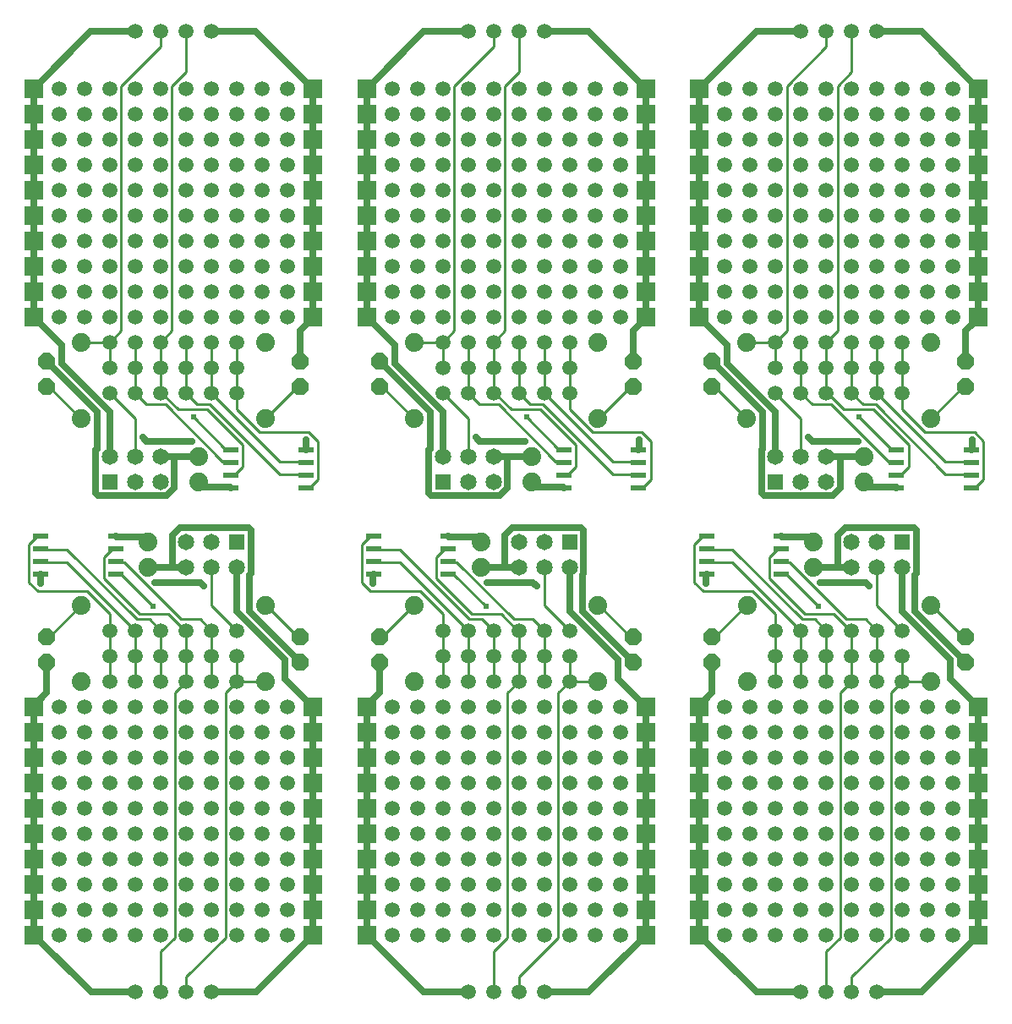
<source format=gbr>
G04 EAGLE Gerber RS-274X export*
G75*
%MOMM*%
%FSLAX34Y34*%
%LPD*%
%AMOC8*
5,1,8,0,0,1.08239X$1,22.5*%
G01*
%ADD10R,1.500000X0.600000*%
%ADD11C,1.879600*%
%ADD12R,1.930400X1.930400*%
%ADD13R,1.650000X1.650000*%
%ADD14C,1.650000*%
%ADD15P,1.814519X8X112.500000*%
%ADD16C,1.508000*%
%ADD17P,1.814519X8X292.500000*%
%ADD18C,0.254000*%
%ADD19C,0.609600*%
%ADD20C,0.635000*%


D10*
X632650Y524131D03*
X632650Y536831D03*
X632650Y549531D03*
X632650Y562231D03*
X557650Y562231D03*
X557650Y549531D03*
X557650Y536831D03*
X557650Y524131D03*
D11*
X591975Y593600D03*
X591975Y669800D03*
X407825Y593600D03*
X407825Y669800D03*
D12*
X360200Y695200D03*
X360200Y720600D03*
X360200Y746000D03*
X360200Y771400D03*
X360200Y796800D03*
X360200Y822200D03*
X360200Y847600D03*
X360200Y873000D03*
X360200Y898400D03*
X360200Y923800D03*
X639600Y695200D03*
X639600Y720600D03*
X639600Y746000D03*
X639600Y771400D03*
X639600Y796800D03*
X639600Y822200D03*
X639600Y847600D03*
X639600Y873000D03*
X639600Y898400D03*
X639600Y923800D03*
D13*
X436400Y530100D03*
D14*
X461800Y530100D03*
X487200Y530100D03*
X436400Y555500D03*
X461800Y555500D03*
X487200Y555500D03*
D15*
X626900Y625350D03*
X626900Y650750D03*
X372900Y625350D03*
X372900Y650750D03*
D16*
X614200Y771400D03*
X614200Y796800D03*
X614200Y822200D03*
X614200Y847600D03*
X614200Y873000D03*
X614200Y898400D03*
X614200Y923800D03*
X588800Y847600D03*
X588800Y771400D03*
X588800Y873000D03*
X588800Y796800D03*
X588800Y898400D03*
X588800Y822200D03*
X588800Y923800D03*
X563400Y771400D03*
X538000Y771400D03*
X563400Y898400D03*
X563400Y796800D03*
X538000Y796800D03*
X563400Y923800D03*
X563400Y822200D03*
X538000Y822200D03*
X538000Y898400D03*
X563400Y847600D03*
X538000Y847600D03*
X538000Y923800D03*
X563400Y873000D03*
X538000Y873000D03*
X512600Y771400D03*
X487200Y771400D03*
X461800Y771400D03*
X436400Y771400D03*
X512600Y796800D03*
X487200Y796800D03*
X461800Y796800D03*
X436400Y796800D03*
X512600Y822200D03*
X487200Y822200D03*
X461800Y822200D03*
X436400Y822200D03*
X512600Y847600D03*
X487200Y847600D03*
X461800Y847600D03*
X436400Y847600D03*
X512600Y873000D03*
X487200Y873000D03*
X461800Y873000D03*
X436400Y873000D03*
X512600Y898400D03*
X487200Y898400D03*
X461800Y898400D03*
X436400Y898400D03*
X512600Y923800D03*
X487200Y923800D03*
X461800Y923800D03*
X436400Y923800D03*
X411000Y771400D03*
X385600Y771400D03*
X411000Y898400D03*
X411000Y796800D03*
X385600Y796800D03*
X411000Y923800D03*
X411000Y822200D03*
X385600Y822200D03*
X385600Y898400D03*
X411000Y847600D03*
X385600Y847600D03*
X385600Y923800D03*
X411000Y873000D03*
X385600Y873000D03*
X538000Y980950D03*
X461800Y980950D03*
X487200Y980950D03*
X512600Y980950D03*
X436400Y619000D03*
X436400Y644400D03*
X436400Y669800D03*
X461800Y619000D03*
X461800Y644400D03*
X461800Y669800D03*
X487200Y619000D03*
X487200Y669800D03*
X487200Y644400D03*
X512600Y619000D03*
X512600Y669800D03*
X512600Y644400D03*
X538000Y644400D03*
X538000Y619000D03*
X538000Y669800D03*
X563400Y644400D03*
X563400Y619000D03*
X563400Y669800D03*
X614200Y746000D03*
X614200Y720600D03*
X614200Y695200D03*
X436400Y695200D03*
X588800Y746000D03*
X588800Y720600D03*
X588800Y695200D03*
X411000Y695200D03*
X563400Y746000D03*
X563400Y720600D03*
X563400Y695200D03*
X385600Y695200D03*
X538000Y746000D03*
X538000Y720600D03*
X538000Y695200D03*
X411000Y720600D03*
X512600Y746000D03*
X512600Y720600D03*
X512600Y695200D03*
X385600Y720600D03*
X487200Y746000D03*
X487200Y720600D03*
X487200Y695200D03*
X411000Y746000D03*
X461800Y746000D03*
X461800Y720600D03*
X461800Y695200D03*
X385600Y746000D03*
X436400Y746000D03*
X436400Y720600D03*
D11*
X525300Y555500D03*
X525300Y530100D03*
D10*
X367250Y475869D03*
X367250Y463169D03*
X367250Y450469D03*
X367250Y437769D03*
X442250Y437769D03*
X442250Y450469D03*
X442250Y463169D03*
X442250Y475869D03*
D11*
X407925Y406400D03*
X407925Y330200D03*
X592075Y406400D03*
X592075Y330200D03*
D12*
X639700Y304800D03*
X639700Y279400D03*
X639700Y254000D03*
X639700Y228600D03*
X639700Y203200D03*
X639700Y177800D03*
X639700Y152400D03*
X639700Y127000D03*
X639700Y101600D03*
X639700Y76200D03*
X360300Y304800D03*
X360300Y279400D03*
X360300Y254000D03*
X360300Y228600D03*
X360300Y203200D03*
X360300Y177800D03*
X360300Y152400D03*
X360300Y127000D03*
X360300Y101600D03*
X360300Y76200D03*
D13*
X563500Y469900D03*
D14*
X538100Y469900D03*
X512700Y469900D03*
X563500Y444500D03*
X538100Y444500D03*
X512700Y444500D03*
D17*
X373000Y374650D03*
X373000Y349250D03*
X627000Y374650D03*
X627000Y349250D03*
D16*
X385700Y228600D03*
X385700Y203200D03*
X385700Y177800D03*
X385700Y152400D03*
X385700Y127000D03*
X385700Y101600D03*
X385700Y76200D03*
X411100Y152400D03*
X411100Y228600D03*
X411100Y127000D03*
X411100Y203200D03*
X411100Y101600D03*
X411100Y177800D03*
X411100Y76200D03*
X436500Y228600D03*
X461900Y228600D03*
X436500Y101600D03*
X436500Y203200D03*
X461900Y203200D03*
X436500Y76200D03*
X436500Y177800D03*
X461900Y177800D03*
X461900Y101600D03*
X436500Y152400D03*
X461900Y152400D03*
X461900Y76200D03*
X436500Y127000D03*
X461900Y127000D03*
X487300Y228600D03*
X512700Y228600D03*
X538100Y228600D03*
X563500Y228600D03*
X487300Y203200D03*
X512700Y203200D03*
X538100Y203200D03*
X563500Y203200D03*
X487300Y177800D03*
X512700Y177800D03*
X538100Y177800D03*
X563500Y177800D03*
X487300Y152400D03*
X512700Y152400D03*
X538100Y152400D03*
X563500Y152400D03*
X487300Y127000D03*
X512700Y127000D03*
X538100Y127000D03*
X563500Y127000D03*
X487300Y101600D03*
X512700Y101600D03*
X538100Y101600D03*
X563500Y101600D03*
X487300Y76200D03*
X512700Y76200D03*
X538100Y76200D03*
X563500Y76200D03*
X588900Y228600D03*
X614300Y228600D03*
X588900Y101600D03*
X588900Y203200D03*
X614300Y203200D03*
X588900Y76200D03*
X588900Y177800D03*
X614300Y177800D03*
X614300Y101600D03*
X588900Y152400D03*
X614300Y152400D03*
X614300Y76200D03*
X588900Y127000D03*
X614300Y127000D03*
X461900Y19050D03*
X538100Y19050D03*
X512700Y19050D03*
X487300Y19050D03*
X563500Y381000D03*
X563500Y355600D03*
X563500Y330200D03*
X538100Y381000D03*
X538100Y355600D03*
X538100Y330200D03*
X512700Y381000D03*
X512700Y330200D03*
X512700Y355600D03*
X487300Y381000D03*
X487300Y330200D03*
X487300Y355600D03*
X461900Y355600D03*
X461900Y381000D03*
X461900Y330200D03*
X436500Y355600D03*
X436500Y381000D03*
X436500Y330200D03*
X385700Y254000D03*
X385700Y279400D03*
X385700Y304800D03*
X563500Y304800D03*
X411100Y254000D03*
X411100Y279400D03*
X411100Y304800D03*
X588900Y304800D03*
X436500Y254000D03*
X436500Y279400D03*
X436500Y304800D03*
X614300Y304800D03*
X461900Y254000D03*
X461900Y279400D03*
X461900Y304800D03*
X588900Y279400D03*
X487300Y254000D03*
X487300Y279400D03*
X487300Y304800D03*
X614300Y279400D03*
X512700Y254000D03*
X512700Y279400D03*
X512700Y304800D03*
X588900Y254000D03*
X538100Y254000D03*
X538100Y279400D03*
X538100Y304800D03*
X614300Y254000D03*
X563500Y254000D03*
X563500Y279400D03*
D11*
X474600Y444500D03*
X474600Y469900D03*
D10*
X700550Y475869D03*
X700550Y463169D03*
X700550Y450469D03*
X700550Y437769D03*
X775550Y437769D03*
X775550Y450469D03*
X775550Y463169D03*
X775550Y475869D03*
D11*
X741225Y406400D03*
X741225Y330200D03*
X925375Y406400D03*
X925375Y330200D03*
D12*
X973000Y304800D03*
X973000Y279400D03*
X973000Y254000D03*
X973000Y228600D03*
X973000Y203200D03*
X973000Y177800D03*
X973000Y152400D03*
X973000Y127000D03*
X973000Y101600D03*
X973000Y76200D03*
X693600Y304800D03*
X693600Y279400D03*
X693600Y254000D03*
X693600Y228600D03*
X693600Y203200D03*
X693600Y177800D03*
X693600Y152400D03*
X693600Y127000D03*
X693600Y101600D03*
X693600Y76200D03*
D13*
X896800Y469900D03*
D14*
X871400Y469900D03*
X846000Y469900D03*
X896800Y444500D03*
X871400Y444500D03*
X846000Y444500D03*
D17*
X706300Y374650D03*
X706300Y349250D03*
X960300Y374650D03*
X960300Y349250D03*
D16*
X719000Y228600D03*
X719000Y203200D03*
X719000Y177800D03*
X719000Y152400D03*
X719000Y127000D03*
X719000Y101600D03*
X719000Y76200D03*
X744400Y152400D03*
X744400Y228600D03*
X744400Y127000D03*
X744400Y203200D03*
X744400Y101600D03*
X744400Y177800D03*
X744400Y76200D03*
X769800Y228600D03*
X795200Y228600D03*
X769800Y101600D03*
X769800Y203200D03*
X795200Y203200D03*
X769800Y76200D03*
X769800Y177800D03*
X795200Y177800D03*
X795200Y101600D03*
X769800Y152400D03*
X795200Y152400D03*
X795200Y76200D03*
X769800Y127000D03*
X795200Y127000D03*
X820600Y228600D03*
X846000Y228600D03*
X871400Y228600D03*
X896800Y228600D03*
X820600Y203200D03*
X846000Y203200D03*
X871400Y203200D03*
X896800Y203200D03*
X820600Y177800D03*
X846000Y177800D03*
X871400Y177800D03*
X896800Y177800D03*
X820600Y152400D03*
X846000Y152400D03*
X871400Y152400D03*
X896800Y152400D03*
X820600Y127000D03*
X846000Y127000D03*
X871400Y127000D03*
X896800Y127000D03*
X820600Y101600D03*
X846000Y101600D03*
X871400Y101600D03*
X896800Y101600D03*
X820600Y76200D03*
X846000Y76200D03*
X871400Y76200D03*
X896800Y76200D03*
X922200Y228600D03*
X947600Y228600D03*
X922200Y101600D03*
X922200Y203200D03*
X947600Y203200D03*
X922200Y76200D03*
X922200Y177800D03*
X947600Y177800D03*
X947600Y101600D03*
X922200Y152400D03*
X947600Y152400D03*
X947600Y76200D03*
X922200Y127000D03*
X947600Y127000D03*
X795200Y19050D03*
X871400Y19050D03*
X846000Y19050D03*
X820600Y19050D03*
X896800Y381000D03*
X896800Y355600D03*
X896800Y330200D03*
X871400Y381000D03*
X871400Y355600D03*
X871400Y330200D03*
X846000Y381000D03*
X846000Y330200D03*
X846000Y355600D03*
X820600Y381000D03*
X820600Y330200D03*
X820600Y355600D03*
X795200Y355600D03*
X795200Y381000D03*
X795200Y330200D03*
X769800Y355600D03*
X769800Y381000D03*
X769800Y330200D03*
X719000Y254000D03*
X719000Y279400D03*
X719000Y304800D03*
X896800Y304800D03*
X744400Y254000D03*
X744400Y279400D03*
X744400Y304800D03*
X922200Y304800D03*
X769800Y254000D03*
X769800Y279400D03*
X769800Y304800D03*
X947600Y304800D03*
X795200Y254000D03*
X795200Y279400D03*
X795200Y304800D03*
X922200Y279400D03*
X820600Y254000D03*
X820600Y279400D03*
X820600Y304800D03*
X947600Y279400D03*
X846000Y254000D03*
X846000Y279400D03*
X846000Y304800D03*
X922200Y254000D03*
X871400Y254000D03*
X871400Y279400D03*
X871400Y304800D03*
X947600Y254000D03*
X896800Y254000D03*
X896800Y279400D03*
D11*
X807900Y444500D03*
X807900Y469900D03*
D10*
X299350Y524131D03*
X299350Y536831D03*
X299350Y549531D03*
X299350Y562231D03*
X224350Y562231D03*
X224350Y549531D03*
X224350Y536831D03*
X224350Y524131D03*
D11*
X258675Y593600D03*
X258675Y669800D03*
X74525Y593600D03*
X74525Y669800D03*
D12*
X26900Y695200D03*
X26900Y720600D03*
X26900Y746000D03*
X26900Y771400D03*
X26900Y796800D03*
X26900Y822200D03*
X26900Y847600D03*
X26900Y873000D03*
X26900Y898400D03*
X26900Y923800D03*
X306300Y695200D03*
X306300Y720600D03*
X306300Y746000D03*
X306300Y771400D03*
X306300Y796800D03*
X306300Y822200D03*
X306300Y847600D03*
X306300Y873000D03*
X306300Y898400D03*
X306300Y923800D03*
D13*
X103100Y530100D03*
D14*
X128500Y530100D03*
X153900Y530100D03*
X103100Y555500D03*
X128500Y555500D03*
X153900Y555500D03*
D15*
X293600Y625350D03*
X293600Y650750D03*
X39600Y625350D03*
X39600Y650750D03*
D16*
X280900Y771400D03*
X280900Y796800D03*
X280900Y822200D03*
X280900Y847600D03*
X280900Y873000D03*
X280900Y898400D03*
X280900Y923800D03*
X255500Y847600D03*
X255500Y771400D03*
X255500Y873000D03*
X255500Y796800D03*
X255500Y898400D03*
X255500Y822200D03*
X255500Y923800D03*
X230100Y771400D03*
X204700Y771400D03*
X230100Y898400D03*
X230100Y796800D03*
X204700Y796800D03*
X230100Y923800D03*
X230100Y822200D03*
X204700Y822200D03*
X204700Y898400D03*
X230100Y847600D03*
X204700Y847600D03*
X204700Y923800D03*
X230100Y873000D03*
X204700Y873000D03*
X179300Y771400D03*
X153900Y771400D03*
X128500Y771400D03*
X103100Y771400D03*
X179300Y796800D03*
X153900Y796800D03*
X128500Y796800D03*
X103100Y796800D03*
X179300Y822200D03*
X153900Y822200D03*
X128500Y822200D03*
X103100Y822200D03*
X179300Y847600D03*
X153900Y847600D03*
X128500Y847600D03*
X103100Y847600D03*
X179300Y873000D03*
X153900Y873000D03*
X128500Y873000D03*
X103100Y873000D03*
X179300Y898400D03*
X153900Y898400D03*
X128500Y898400D03*
X103100Y898400D03*
X179300Y923800D03*
X153900Y923800D03*
X128500Y923800D03*
X103100Y923800D03*
X77700Y771400D03*
X52300Y771400D03*
X77700Y898400D03*
X77700Y796800D03*
X52300Y796800D03*
X77700Y923800D03*
X77700Y822200D03*
X52300Y822200D03*
X52300Y898400D03*
X77700Y847600D03*
X52300Y847600D03*
X52300Y923800D03*
X77700Y873000D03*
X52300Y873000D03*
X204700Y980950D03*
X128500Y980950D03*
X153900Y980950D03*
X179300Y980950D03*
X103100Y619000D03*
X103100Y644400D03*
X103100Y669800D03*
X128500Y619000D03*
X128500Y644400D03*
X128500Y669800D03*
X153900Y619000D03*
X153900Y669800D03*
X153900Y644400D03*
X179300Y619000D03*
X179300Y669800D03*
X179300Y644400D03*
X204700Y644400D03*
X204700Y619000D03*
X204700Y669800D03*
X230100Y644400D03*
X230100Y619000D03*
X230100Y669800D03*
X280900Y746000D03*
X280900Y720600D03*
X280900Y695200D03*
X103100Y695200D03*
X255500Y746000D03*
X255500Y720600D03*
X255500Y695200D03*
X77700Y695200D03*
X230100Y746000D03*
X230100Y720600D03*
X230100Y695200D03*
X52300Y695200D03*
X204700Y746000D03*
X204700Y720600D03*
X204700Y695200D03*
X77700Y720600D03*
X179300Y746000D03*
X179300Y720600D03*
X179300Y695200D03*
X52300Y720600D03*
X153900Y746000D03*
X153900Y720600D03*
X153900Y695200D03*
X77700Y746000D03*
X128500Y746000D03*
X128500Y720600D03*
X128500Y695200D03*
X52300Y746000D03*
X103100Y746000D03*
X103100Y720600D03*
D11*
X192000Y555500D03*
X192000Y530100D03*
D10*
X965950Y524131D03*
X965950Y536831D03*
X965950Y549531D03*
X965950Y562231D03*
X890950Y562231D03*
X890950Y549531D03*
X890950Y536831D03*
X890950Y524131D03*
D11*
X925275Y593600D03*
X925275Y669800D03*
X741125Y593600D03*
X741125Y669800D03*
D12*
X693500Y695200D03*
X693500Y720600D03*
X693500Y746000D03*
X693500Y771400D03*
X693500Y796800D03*
X693500Y822200D03*
X693500Y847600D03*
X693500Y873000D03*
X693500Y898400D03*
X693500Y923800D03*
X972900Y695200D03*
X972900Y720600D03*
X972900Y746000D03*
X972900Y771400D03*
X972900Y796800D03*
X972900Y822200D03*
X972900Y847600D03*
X972900Y873000D03*
X972900Y898400D03*
X972900Y923800D03*
D13*
X769700Y530100D03*
D14*
X795100Y530100D03*
X820500Y530100D03*
X769700Y555500D03*
X795100Y555500D03*
X820500Y555500D03*
D15*
X960200Y625350D03*
X960200Y650750D03*
X706200Y625350D03*
X706200Y650750D03*
D16*
X947500Y771400D03*
X947500Y796800D03*
X947500Y822200D03*
X947500Y847600D03*
X947500Y873000D03*
X947500Y898400D03*
X947500Y923800D03*
X922100Y847600D03*
X922100Y771400D03*
X922100Y873000D03*
X922100Y796800D03*
X922100Y898400D03*
X922100Y822200D03*
X922100Y923800D03*
X896700Y771400D03*
X871300Y771400D03*
X896700Y898400D03*
X896700Y796800D03*
X871300Y796800D03*
X896700Y923800D03*
X896700Y822200D03*
X871300Y822200D03*
X871300Y898400D03*
X896700Y847600D03*
X871300Y847600D03*
X871300Y923800D03*
X896700Y873000D03*
X871300Y873000D03*
X845900Y771400D03*
X820500Y771400D03*
X795100Y771400D03*
X769700Y771400D03*
X845900Y796800D03*
X820500Y796800D03*
X795100Y796800D03*
X769700Y796800D03*
X845900Y822200D03*
X820500Y822200D03*
X795100Y822200D03*
X769700Y822200D03*
X845900Y847600D03*
X820500Y847600D03*
X795100Y847600D03*
X769700Y847600D03*
X845900Y873000D03*
X820500Y873000D03*
X795100Y873000D03*
X769700Y873000D03*
X845900Y898400D03*
X820500Y898400D03*
X795100Y898400D03*
X769700Y898400D03*
X845900Y923800D03*
X820500Y923800D03*
X795100Y923800D03*
X769700Y923800D03*
X744300Y771400D03*
X718900Y771400D03*
X744300Y898400D03*
X744300Y796800D03*
X718900Y796800D03*
X744300Y923800D03*
X744300Y822200D03*
X718900Y822200D03*
X718900Y898400D03*
X744300Y847600D03*
X718900Y847600D03*
X718900Y923800D03*
X744300Y873000D03*
X718900Y873000D03*
X871300Y980950D03*
X795100Y980950D03*
X820500Y980950D03*
X845900Y980950D03*
X769700Y619000D03*
X769700Y644400D03*
X769700Y669800D03*
X795100Y619000D03*
X795100Y644400D03*
X795100Y669800D03*
X820500Y619000D03*
X820500Y669800D03*
X820500Y644400D03*
X845900Y619000D03*
X845900Y669800D03*
X845900Y644400D03*
X871300Y644400D03*
X871300Y619000D03*
X871300Y669800D03*
X896700Y644400D03*
X896700Y619000D03*
X896700Y669800D03*
X947500Y746000D03*
X947500Y720600D03*
X947500Y695200D03*
X769700Y695200D03*
X922100Y746000D03*
X922100Y720600D03*
X922100Y695200D03*
X744300Y695200D03*
X896700Y746000D03*
X896700Y720600D03*
X896700Y695200D03*
X718900Y695200D03*
X871300Y746000D03*
X871300Y720600D03*
X871300Y695200D03*
X744300Y720600D03*
X845900Y746000D03*
X845900Y720600D03*
X845900Y695200D03*
X718900Y720600D03*
X820500Y746000D03*
X820500Y720600D03*
X820500Y695200D03*
X744300Y746000D03*
X795100Y746000D03*
X795100Y720600D03*
X795100Y695200D03*
X718900Y746000D03*
X769700Y746000D03*
X769700Y720600D03*
D11*
X858600Y555500D03*
X858600Y530100D03*
D10*
X33950Y475869D03*
X33950Y463169D03*
X33950Y450469D03*
X33950Y437769D03*
X108950Y437769D03*
X108950Y450469D03*
X108950Y463169D03*
X108950Y475869D03*
D11*
X74625Y406400D03*
X74625Y330200D03*
X258775Y406400D03*
X258775Y330200D03*
D12*
X306400Y304800D03*
X306400Y279400D03*
X306400Y254000D03*
X306400Y228600D03*
X306400Y203200D03*
X306400Y177800D03*
X306400Y152400D03*
X306400Y127000D03*
X306400Y101600D03*
X306400Y76200D03*
X27000Y304800D03*
X27000Y279400D03*
X27000Y254000D03*
X27000Y228600D03*
X27000Y203200D03*
X27000Y177800D03*
X27000Y152400D03*
X27000Y127000D03*
X27000Y101600D03*
X27000Y76200D03*
D13*
X230200Y469900D03*
D14*
X204800Y469900D03*
X179400Y469900D03*
X230200Y444500D03*
X204800Y444500D03*
X179400Y444500D03*
D17*
X39700Y374650D03*
X39700Y349250D03*
X293700Y374650D03*
X293700Y349250D03*
D16*
X52400Y228600D03*
X52400Y203200D03*
X52400Y177800D03*
X52400Y152400D03*
X52400Y127000D03*
X52400Y101600D03*
X52400Y76200D03*
X77800Y152400D03*
X77800Y228600D03*
X77800Y127000D03*
X77800Y203200D03*
X77800Y101600D03*
X77800Y177800D03*
X77800Y76200D03*
X103200Y228600D03*
X128600Y228600D03*
X103200Y101600D03*
X103200Y203200D03*
X128600Y203200D03*
X103200Y76200D03*
X103200Y177800D03*
X128600Y177800D03*
X128600Y101600D03*
X103200Y152400D03*
X128600Y152400D03*
X128600Y76200D03*
X103200Y127000D03*
X128600Y127000D03*
X154000Y228600D03*
X179400Y228600D03*
X204800Y228600D03*
X230200Y228600D03*
X154000Y203200D03*
X179400Y203200D03*
X204800Y203200D03*
X230200Y203200D03*
X154000Y177800D03*
X179400Y177800D03*
X204800Y177800D03*
X230200Y177800D03*
X154000Y152400D03*
X179400Y152400D03*
X204800Y152400D03*
X230200Y152400D03*
X154000Y127000D03*
X179400Y127000D03*
X204800Y127000D03*
X230200Y127000D03*
X154000Y101600D03*
X179400Y101600D03*
X204800Y101600D03*
X230200Y101600D03*
X154000Y76200D03*
X179400Y76200D03*
X204800Y76200D03*
X230200Y76200D03*
X255600Y228600D03*
X281000Y228600D03*
X255600Y101600D03*
X255600Y203200D03*
X281000Y203200D03*
X255600Y76200D03*
X255600Y177800D03*
X281000Y177800D03*
X281000Y101600D03*
X255600Y152400D03*
X281000Y152400D03*
X281000Y76200D03*
X255600Y127000D03*
X281000Y127000D03*
X128600Y19050D03*
X204800Y19050D03*
X179400Y19050D03*
X154000Y19050D03*
X230200Y381000D03*
X230200Y355600D03*
X230200Y330200D03*
X204800Y381000D03*
X204800Y355600D03*
X204800Y330200D03*
X179400Y381000D03*
X179400Y330200D03*
X179400Y355600D03*
X154000Y381000D03*
X154000Y330200D03*
X154000Y355600D03*
X128600Y355600D03*
X128600Y381000D03*
X128600Y330200D03*
X103200Y355600D03*
X103200Y381000D03*
X103200Y330200D03*
X52400Y254000D03*
X52400Y279400D03*
X52400Y304800D03*
X230200Y304800D03*
X77800Y254000D03*
X77800Y279400D03*
X77800Y304800D03*
X255600Y304800D03*
X103200Y254000D03*
X103200Y279400D03*
X103200Y304800D03*
X281000Y304800D03*
X128600Y254000D03*
X128600Y279400D03*
X128600Y304800D03*
X255600Y279400D03*
X154000Y254000D03*
X154000Y279400D03*
X154000Y304800D03*
X281000Y279400D03*
X179400Y254000D03*
X179400Y279400D03*
X179400Y304800D03*
X255600Y254000D03*
X204800Y254000D03*
X204800Y279400D03*
X204800Y304800D03*
X281000Y254000D03*
X230200Y254000D03*
X230200Y279400D03*
D11*
X141300Y444500D03*
X141300Y469900D03*
D18*
X551970Y563120D02*
X557050Y563120D01*
X551970Y563120D02*
X520220Y594870D01*
X557050Y563120D02*
X557650Y562231D01*
X461800Y555500D02*
X461800Y593600D01*
X436400Y619000D01*
X487200Y965710D02*
X487200Y980950D01*
X487200Y965710D02*
X447830Y926340D01*
X447830Y681230D01*
X436400Y669800D01*
X407825Y669800D01*
X436400Y669800D02*
X436400Y644400D01*
D19*
X520220Y594870D03*
D20*
X461800Y980950D02*
X417350Y980950D01*
X360200Y923800D01*
X360200Y898400D01*
X360200Y873000D01*
X360200Y847600D01*
X360200Y822200D01*
X360200Y796800D01*
X360200Y771400D01*
X360200Y746000D01*
X530380Y525020D02*
X557050Y525020D01*
X530380Y525020D02*
X525300Y530100D01*
X557050Y525020D02*
X557650Y524131D01*
X436400Y555500D02*
X436400Y599950D01*
X388140Y648210D01*
X388140Y667260D01*
X360200Y695200D01*
X360200Y720600D01*
X473230Y570740D02*
X518950Y570740D01*
X473230Y570740D02*
X469420Y574550D01*
X360200Y720600D02*
X360200Y746000D01*
D19*
X518950Y570740D03*
X469420Y574550D03*
D18*
X512600Y644400D02*
X512600Y669800D01*
X606580Y537720D02*
X631980Y537720D01*
X606580Y537720D02*
X536730Y607570D01*
X524030Y607570D01*
X512600Y619000D01*
X631980Y537720D02*
X632650Y536831D01*
X512600Y619000D02*
X512600Y644400D01*
X538000Y644400D02*
X538000Y669800D01*
X606580Y550420D02*
X631980Y550420D01*
X606580Y550420D02*
X538000Y619000D01*
X631980Y550420D02*
X632650Y549531D01*
X538000Y619000D02*
X538000Y644400D01*
D20*
X525300Y555500D02*
X501170Y555500D01*
X487200Y555500D01*
X423700Y599950D02*
X372900Y650750D01*
X423700Y599950D02*
X423700Y563120D01*
X422430Y561850D01*
X422430Y518670D01*
X424970Y516130D01*
X493550Y516130D01*
X501170Y523750D01*
X501170Y555500D01*
X633250Y563120D02*
X633250Y572010D01*
X633250Y563120D02*
X632650Y562231D01*
X582450Y980950D02*
X538000Y980950D01*
X582450Y980950D02*
X639600Y923800D01*
X639600Y898400D01*
X639600Y873000D01*
X639600Y847600D01*
X639600Y822200D01*
X639600Y796800D01*
X639600Y771400D01*
X639600Y746000D01*
X639600Y720600D01*
X639600Y695200D01*
X626900Y681230D02*
X626900Y650750D01*
X626900Y681230D02*
X638330Y692660D01*
X639600Y695200D01*
D19*
X633250Y572010D03*
D18*
X562130Y537720D02*
X558320Y537720D01*
X562130Y537720D02*
X569750Y545340D01*
X569750Y566930D01*
X534190Y602490D01*
X504980Y602490D01*
X488470Y619000D01*
X487200Y619000D01*
X558320Y537720D02*
X557650Y536831D01*
X487200Y619000D02*
X487200Y644400D01*
X512600Y940310D02*
X512600Y980950D01*
X512600Y940310D02*
X498630Y926340D01*
X498630Y681230D01*
X487200Y669800D01*
X487200Y644400D01*
X563400Y644400D02*
X563400Y669800D01*
X633250Y525020D02*
X637060Y525020D01*
X644680Y532640D01*
X644680Y570740D01*
X635790Y579630D01*
X586260Y579630D01*
X563400Y602490D01*
X563400Y619000D01*
X633250Y525020D02*
X632650Y524131D01*
X563400Y619000D02*
X563400Y644400D01*
X461800Y644400D02*
X461800Y669800D01*
X549430Y550420D02*
X557050Y550420D01*
X549430Y550420D02*
X492280Y607570D01*
X473230Y607570D01*
X461800Y619000D01*
X557050Y550420D02*
X557650Y549531D01*
X461800Y619000D02*
X461800Y644400D01*
X624360Y625350D02*
X626900Y625350D01*
X624360Y625350D02*
X592610Y593600D01*
X591975Y593600D01*
X375440Y625350D02*
X372900Y625350D01*
X375440Y625350D02*
X407190Y593600D01*
X407825Y593600D01*
X442850Y436880D02*
X447930Y436880D01*
X479680Y405130D01*
X442850Y436880D02*
X442250Y437769D01*
X538100Y444500D02*
X538100Y406400D01*
X563500Y381000D01*
X512700Y34290D02*
X512700Y19050D01*
X512700Y34290D02*
X552070Y73660D01*
X552070Y318770D01*
X563500Y330200D01*
X592075Y330200D01*
X563500Y330200D02*
X563500Y355600D01*
D19*
X479680Y405130D03*
D20*
X538100Y19050D02*
X582550Y19050D01*
X639700Y76200D01*
X639700Y101600D01*
X639700Y127000D01*
X639700Y152400D01*
X639700Y177800D01*
X639700Y203200D01*
X639700Y228600D01*
X639700Y254000D01*
X469520Y474980D02*
X442850Y474980D01*
X469520Y474980D02*
X474600Y469900D01*
X442850Y474980D02*
X442250Y475869D01*
X563500Y444500D02*
X563500Y400050D01*
X611760Y351790D01*
X611760Y332740D01*
X639700Y304800D01*
X639700Y279400D01*
X526670Y429260D02*
X480950Y429260D01*
X526670Y429260D02*
X530480Y425450D01*
X639700Y279400D02*
X639700Y254000D01*
D19*
X480950Y429260D03*
X530480Y425450D03*
D18*
X487300Y355600D02*
X487300Y330200D01*
X393320Y462280D02*
X367920Y462280D01*
X393320Y462280D02*
X463170Y392430D01*
X475870Y392430D01*
X487300Y381000D01*
X367920Y462280D02*
X367250Y463169D01*
X487300Y381000D02*
X487300Y355600D01*
X461900Y355600D02*
X461900Y330200D01*
X393320Y449580D02*
X367920Y449580D01*
X393320Y449580D02*
X461900Y381000D01*
X367920Y449580D02*
X367250Y450469D01*
X461900Y381000D02*
X461900Y355600D01*
D20*
X474600Y444500D02*
X498730Y444500D01*
X512700Y444500D01*
X576200Y400050D02*
X627000Y349250D01*
X576200Y400050D02*
X576200Y436880D01*
X577470Y438150D01*
X577470Y481330D01*
X574930Y483870D01*
X506350Y483870D01*
X498730Y476250D01*
X498730Y444500D01*
X366650Y436880D02*
X366650Y427990D01*
X366650Y436880D02*
X367250Y437769D01*
X417450Y19050D02*
X461900Y19050D01*
X417450Y19050D02*
X360300Y76200D01*
X360300Y101600D01*
X360300Y127000D01*
X360300Y152400D01*
X360300Y177800D01*
X360300Y203200D01*
X360300Y228600D01*
X360300Y254000D01*
X360300Y279400D01*
X360300Y304800D01*
X373000Y318770D02*
X373000Y349250D01*
X373000Y318770D02*
X361570Y307340D01*
X360300Y304800D01*
D19*
X366650Y427990D03*
D18*
X437770Y462280D02*
X441580Y462280D01*
X437770Y462280D02*
X430150Y454660D01*
X430150Y433070D01*
X465710Y397510D01*
X494920Y397510D01*
X511430Y381000D01*
X512700Y381000D01*
X441580Y462280D02*
X442250Y463169D01*
X512700Y381000D02*
X512700Y355600D01*
X487300Y59690D02*
X487300Y19050D01*
X487300Y59690D02*
X501270Y73660D01*
X501270Y318770D01*
X512700Y330200D01*
X512700Y355600D01*
X436500Y355600D02*
X436500Y330200D01*
X366650Y474980D02*
X362840Y474980D01*
X355220Y467360D01*
X355220Y429260D01*
X364110Y420370D01*
X413640Y420370D01*
X436500Y397510D01*
X436500Y381000D01*
X366650Y474980D02*
X367250Y475869D01*
X436500Y381000D02*
X436500Y355600D01*
X538100Y355600D02*
X538100Y330200D01*
X450470Y449580D02*
X442850Y449580D01*
X450470Y449580D02*
X507620Y392430D01*
X526670Y392430D01*
X538100Y381000D01*
X442850Y449580D02*
X442250Y450469D01*
X538100Y381000D02*
X538100Y355600D01*
X375540Y374650D02*
X373000Y374650D01*
X375540Y374650D02*
X407290Y406400D01*
X407925Y406400D01*
X624460Y374650D02*
X627000Y374650D01*
X624460Y374650D02*
X592710Y406400D01*
X592075Y406400D01*
X776150Y436880D02*
X781230Y436880D01*
X812980Y405130D01*
X776150Y436880D02*
X775550Y437769D01*
X871400Y444500D02*
X871400Y406400D01*
X896800Y381000D01*
X846000Y34290D02*
X846000Y19050D01*
X846000Y34290D02*
X885370Y73660D01*
X885370Y318770D01*
X896800Y330200D01*
X925375Y330200D01*
X896800Y330200D02*
X896800Y355600D01*
D19*
X812980Y405130D03*
D20*
X871400Y19050D02*
X915850Y19050D01*
X973000Y76200D01*
X973000Y101600D01*
X973000Y127000D01*
X973000Y152400D01*
X973000Y177800D01*
X973000Y203200D01*
X973000Y228600D01*
X973000Y254000D01*
X802820Y474980D02*
X776150Y474980D01*
X802820Y474980D02*
X807900Y469900D01*
X776150Y474980D02*
X775550Y475869D01*
X896800Y444500D02*
X896800Y400050D01*
X945060Y351790D01*
X945060Y332740D01*
X973000Y304800D01*
X973000Y279400D01*
X859970Y429260D02*
X814250Y429260D01*
X859970Y429260D02*
X863780Y425450D01*
X973000Y279400D02*
X973000Y254000D01*
D19*
X814250Y429260D03*
X863780Y425450D03*
D18*
X820600Y355600D02*
X820600Y330200D01*
X726620Y462280D02*
X701220Y462280D01*
X726620Y462280D02*
X796470Y392430D01*
X809170Y392430D01*
X820600Y381000D01*
X701220Y462280D02*
X700550Y463169D01*
X820600Y381000D02*
X820600Y355600D01*
X795200Y355600D02*
X795200Y330200D01*
X726620Y449580D02*
X701220Y449580D01*
X726620Y449580D02*
X795200Y381000D01*
X701220Y449580D02*
X700550Y450469D01*
X795200Y381000D02*
X795200Y355600D01*
D20*
X807900Y444500D02*
X832030Y444500D01*
X846000Y444500D01*
X909500Y400050D02*
X960300Y349250D01*
X909500Y400050D02*
X909500Y436880D01*
X910770Y438150D01*
X910770Y481330D01*
X908230Y483870D01*
X839650Y483870D01*
X832030Y476250D01*
X832030Y444500D01*
X699950Y436880D02*
X699950Y427990D01*
X699950Y436880D02*
X700550Y437769D01*
X750750Y19050D02*
X795200Y19050D01*
X750750Y19050D02*
X693600Y76200D01*
X693600Y101600D01*
X693600Y127000D01*
X693600Y152400D01*
X693600Y177800D01*
X693600Y203200D01*
X693600Y228600D01*
X693600Y254000D01*
X693600Y279400D01*
X693600Y304800D01*
X706300Y318770D02*
X706300Y349250D01*
X706300Y318770D02*
X694870Y307340D01*
X693600Y304800D01*
D19*
X699950Y427990D03*
D18*
X771070Y462280D02*
X774880Y462280D01*
X771070Y462280D02*
X763450Y454660D01*
X763450Y433070D01*
X799010Y397510D01*
X828220Y397510D01*
X844730Y381000D01*
X846000Y381000D01*
X774880Y462280D02*
X775550Y463169D01*
X846000Y381000D02*
X846000Y355600D01*
X820600Y59690D02*
X820600Y19050D01*
X820600Y59690D02*
X834570Y73660D01*
X834570Y318770D01*
X846000Y330200D01*
X846000Y355600D01*
X769800Y355600D02*
X769800Y330200D01*
X699950Y474980D02*
X696140Y474980D01*
X688520Y467360D01*
X688520Y429260D01*
X697410Y420370D01*
X746940Y420370D01*
X769800Y397510D01*
X769800Y381000D01*
X699950Y474980D02*
X700550Y475869D01*
X769800Y381000D02*
X769800Y355600D01*
X871400Y355600D02*
X871400Y330200D01*
X783770Y449580D02*
X776150Y449580D01*
X783770Y449580D02*
X840920Y392430D01*
X859970Y392430D01*
X871400Y381000D01*
X776150Y449580D02*
X775550Y450469D01*
X871400Y381000D02*
X871400Y355600D01*
X708840Y374650D02*
X706300Y374650D01*
X708840Y374650D02*
X740590Y406400D01*
X741225Y406400D01*
X957760Y374650D02*
X960300Y374650D01*
X957760Y374650D02*
X926010Y406400D01*
X925375Y406400D01*
X223750Y563120D02*
X218670Y563120D01*
X186920Y594870D01*
X223750Y563120D02*
X224350Y562231D01*
X128500Y555500D02*
X128500Y593600D01*
X103100Y619000D01*
X153900Y965710D02*
X153900Y980950D01*
X153900Y965710D02*
X114530Y926340D01*
X114530Y681230D01*
X103100Y669800D01*
X74525Y669800D01*
X103100Y669800D02*
X103100Y644400D01*
D19*
X186920Y594870D03*
D20*
X128500Y980950D02*
X84050Y980950D01*
X26900Y923800D01*
X26900Y898400D01*
X26900Y873000D01*
X26900Y847600D01*
X26900Y822200D01*
X26900Y796800D01*
X26900Y771400D01*
X26900Y746000D01*
X197080Y525020D02*
X223750Y525020D01*
X197080Y525020D02*
X192000Y530100D01*
X223750Y525020D02*
X224350Y524131D01*
X103100Y555500D02*
X103100Y599950D01*
X54840Y648210D01*
X54840Y667260D01*
X26900Y695200D01*
X26900Y720600D01*
X139930Y570740D02*
X185650Y570740D01*
X139930Y570740D02*
X136120Y574550D01*
X26900Y720600D02*
X26900Y746000D01*
D19*
X185650Y570740D03*
X136120Y574550D03*
D18*
X179300Y644400D02*
X179300Y669800D01*
X273280Y537720D02*
X298680Y537720D01*
X273280Y537720D02*
X203430Y607570D01*
X190730Y607570D01*
X179300Y619000D01*
X298680Y537720D02*
X299350Y536831D01*
X179300Y619000D02*
X179300Y644400D01*
X204700Y644400D02*
X204700Y669800D01*
X273280Y550420D02*
X298680Y550420D01*
X273280Y550420D02*
X204700Y619000D01*
X298680Y550420D02*
X299350Y549531D01*
X204700Y619000D02*
X204700Y644400D01*
D20*
X192000Y555500D02*
X167870Y555500D01*
X153900Y555500D01*
X90400Y599950D02*
X39600Y650750D01*
X90400Y599950D02*
X90400Y563120D01*
X89130Y561850D01*
X89130Y518670D01*
X91670Y516130D01*
X160250Y516130D01*
X167870Y523750D01*
X167870Y555500D01*
X299950Y563120D02*
X299950Y572010D01*
X299950Y563120D02*
X299350Y562231D01*
X249150Y980950D02*
X204700Y980950D01*
X249150Y980950D02*
X306300Y923800D01*
X306300Y898400D01*
X306300Y873000D01*
X306300Y847600D01*
X306300Y822200D01*
X306300Y796800D01*
X306300Y771400D01*
X306300Y746000D01*
X306300Y720600D01*
X306300Y695200D01*
X293600Y681230D02*
X293600Y650750D01*
X293600Y681230D02*
X305030Y692660D01*
X306300Y695200D01*
D19*
X299950Y572010D03*
D18*
X228830Y537720D02*
X225020Y537720D01*
X228830Y537720D02*
X236450Y545340D01*
X236450Y566930D01*
X200890Y602490D01*
X171680Y602490D01*
X155170Y619000D01*
X153900Y619000D01*
X225020Y537720D02*
X224350Y536831D01*
X153900Y619000D02*
X153900Y644400D01*
X179300Y940310D02*
X179300Y980950D01*
X179300Y940310D02*
X165330Y926340D01*
X165330Y681230D01*
X153900Y669800D01*
X153900Y644400D01*
X230100Y644400D02*
X230100Y669800D01*
X299950Y525020D02*
X303760Y525020D01*
X311380Y532640D01*
X311380Y570740D01*
X302490Y579630D01*
X252960Y579630D01*
X230100Y602490D01*
X230100Y619000D01*
X299950Y525020D02*
X299350Y524131D01*
X230100Y619000D02*
X230100Y644400D01*
X128500Y644400D02*
X128500Y669800D01*
X216130Y550420D02*
X223750Y550420D01*
X216130Y550420D02*
X158980Y607570D01*
X139930Y607570D01*
X128500Y619000D01*
X223750Y550420D02*
X224350Y549531D01*
X128500Y619000D02*
X128500Y644400D01*
X291060Y625350D02*
X293600Y625350D01*
X291060Y625350D02*
X259310Y593600D01*
X258675Y593600D01*
X42140Y625350D02*
X39600Y625350D01*
X42140Y625350D02*
X73890Y593600D01*
X74525Y593600D01*
X885270Y563120D02*
X890350Y563120D01*
X885270Y563120D02*
X853520Y594870D01*
X890350Y563120D02*
X890950Y562231D01*
X795100Y555500D02*
X795100Y593600D01*
X769700Y619000D01*
X820500Y965710D02*
X820500Y980950D01*
X820500Y965710D02*
X781130Y926340D01*
X781130Y681230D01*
X769700Y669800D01*
X741125Y669800D01*
X769700Y669800D02*
X769700Y644400D01*
D19*
X853520Y594870D03*
D20*
X795100Y980950D02*
X750650Y980950D01*
X693500Y923800D01*
X693500Y898400D01*
X693500Y873000D01*
X693500Y847600D01*
X693500Y822200D01*
X693500Y796800D01*
X693500Y771400D01*
X693500Y746000D01*
X863680Y525020D02*
X890350Y525020D01*
X863680Y525020D02*
X858600Y530100D01*
X890350Y525020D02*
X890950Y524131D01*
X769700Y555500D02*
X769700Y599950D01*
X721440Y648210D01*
X721440Y667260D01*
X693500Y695200D01*
X693500Y720600D01*
X806530Y570740D02*
X852250Y570740D01*
X806530Y570740D02*
X802720Y574550D01*
X693500Y720600D02*
X693500Y746000D01*
D19*
X852250Y570740D03*
X802720Y574550D03*
D18*
X845900Y644400D02*
X845900Y669800D01*
X939880Y537720D02*
X965280Y537720D01*
X939880Y537720D02*
X870030Y607570D01*
X857330Y607570D01*
X845900Y619000D01*
X965280Y537720D02*
X965950Y536831D01*
X845900Y619000D02*
X845900Y644400D01*
X871300Y644400D02*
X871300Y669800D01*
X939880Y550420D02*
X965280Y550420D01*
X939880Y550420D02*
X871300Y619000D01*
X965280Y550420D02*
X965950Y549531D01*
X871300Y619000D02*
X871300Y644400D01*
D20*
X858600Y555500D02*
X834470Y555500D01*
X820500Y555500D01*
X757000Y599950D02*
X706200Y650750D01*
X757000Y599950D02*
X757000Y563120D01*
X755730Y561850D01*
X755730Y518670D01*
X758270Y516130D01*
X826850Y516130D01*
X834470Y523750D01*
X834470Y555500D01*
X966550Y563120D02*
X966550Y572010D01*
X966550Y563120D02*
X965950Y562231D01*
X915750Y980950D02*
X871300Y980950D01*
X915750Y980950D02*
X972900Y923800D01*
X972900Y898400D01*
X972900Y873000D01*
X972900Y847600D01*
X972900Y822200D01*
X972900Y796800D01*
X972900Y771400D01*
X972900Y746000D01*
X972900Y720600D01*
X972900Y695200D01*
X960200Y681230D02*
X960200Y650750D01*
X960200Y681230D02*
X971630Y692660D01*
X972900Y695200D01*
D19*
X966550Y572010D03*
D18*
X895430Y537720D02*
X891620Y537720D01*
X895430Y537720D02*
X903050Y545340D01*
X903050Y566930D01*
X867490Y602490D01*
X838280Y602490D01*
X821770Y619000D01*
X820500Y619000D01*
X891620Y537720D02*
X890950Y536831D01*
X820500Y619000D02*
X820500Y644400D01*
X845900Y940310D02*
X845900Y980950D01*
X845900Y940310D02*
X831930Y926340D01*
X831930Y681230D01*
X820500Y669800D01*
X820500Y644400D01*
X896700Y644400D02*
X896700Y669800D01*
X966550Y525020D02*
X970360Y525020D01*
X977980Y532640D01*
X977980Y570740D01*
X969090Y579630D01*
X919560Y579630D01*
X896700Y602490D01*
X896700Y619000D01*
X966550Y525020D02*
X965950Y524131D01*
X896700Y619000D02*
X896700Y644400D01*
X795100Y644400D02*
X795100Y669800D01*
X882730Y550420D02*
X890350Y550420D01*
X882730Y550420D02*
X825580Y607570D01*
X806530Y607570D01*
X795100Y619000D01*
X890350Y550420D02*
X890950Y549531D01*
X795100Y619000D02*
X795100Y644400D01*
X957660Y625350D02*
X960200Y625350D01*
X957660Y625350D02*
X925910Y593600D01*
X925275Y593600D01*
X708740Y625350D02*
X706200Y625350D01*
X708740Y625350D02*
X740490Y593600D01*
X741125Y593600D01*
X114630Y436880D02*
X109550Y436880D01*
X114630Y436880D02*
X146380Y405130D01*
X109550Y436880D02*
X108950Y437769D01*
X204800Y444500D02*
X204800Y406400D01*
X230200Y381000D01*
X179400Y34290D02*
X179400Y19050D01*
X179400Y34290D02*
X218770Y73660D01*
X218770Y318770D01*
X230200Y330200D01*
X258775Y330200D01*
X230200Y330200D02*
X230200Y355600D01*
D19*
X146380Y405130D03*
D20*
X204800Y19050D02*
X249250Y19050D01*
X306400Y76200D01*
X306400Y101600D01*
X306400Y127000D01*
X306400Y152400D01*
X306400Y177800D01*
X306400Y203200D01*
X306400Y228600D01*
X306400Y254000D01*
X136220Y474980D02*
X109550Y474980D01*
X136220Y474980D02*
X141300Y469900D01*
X109550Y474980D02*
X108950Y475869D01*
X230200Y444500D02*
X230200Y400050D01*
X278460Y351790D01*
X278460Y332740D01*
X306400Y304800D01*
X306400Y279400D01*
X193370Y429260D02*
X147650Y429260D01*
X193370Y429260D02*
X197180Y425450D01*
X306400Y279400D02*
X306400Y254000D01*
D19*
X147650Y429260D03*
X197180Y425450D03*
D18*
X154000Y355600D02*
X154000Y330200D01*
X60020Y462280D02*
X34620Y462280D01*
X60020Y462280D02*
X129870Y392430D01*
X142570Y392430D01*
X154000Y381000D01*
X34620Y462280D02*
X33950Y463169D01*
X154000Y381000D02*
X154000Y355600D01*
X128600Y355600D02*
X128600Y330200D01*
X60020Y449580D02*
X34620Y449580D01*
X60020Y449580D02*
X128600Y381000D01*
X34620Y449580D02*
X33950Y450469D01*
X128600Y381000D02*
X128600Y355600D01*
D20*
X141300Y444500D02*
X165430Y444500D01*
X179400Y444500D01*
X242900Y400050D02*
X293700Y349250D01*
X242900Y400050D02*
X242900Y436880D01*
X244170Y438150D01*
X244170Y481330D01*
X241630Y483870D01*
X173050Y483870D01*
X165430Y476250D01*
X165430Y444500D01*
X33350Y436880D02*
X33350Y427990D01*
X33350Y436880D02*
X33950Y437769D01*
X84150Y19050D02*
X128600Y19050D01*
X84150Y19050D02*
X27000Y76200D01*
X27000Y101600D01*
X27000Y127000D01*
X27000Y152400D01*
X27000Y177800D01*
X27000Y203200D01*
X27000Y228600D01*
X27000Y254000D01*
X27000Y279400D01*
X27000Y304800D01*
X39700Y318770D02*
X39700Y349250D01*
X39700Y318770D02*
X28270Y307340D01*
X27000Y304800D01*
D19*
X33350Y427990D03*
D18*
X104470Y462280D02*
X108280Y462280D01*
X104470Y462280D02*
X96850Y454660D01*
X96850Y433070D01*
X132410Y397510D01*
X161620Y397510D01*
X178130Y381000D01*
X179400Y381000D01*
X108280Y462280D02*
X108950Y463169D01*
X179400Y381000D02*
X179400Y355600D01*
X154000Y59690D02*
X154000Y19050D01*
X154000Y59690D02*
X167970Y73660D01*
X167970Y318770D01*
X179400Y330200D01*
X179400Y355600D01*
X103200Y355600D02*
X103200Y330200D01*
X33350Y474980D02*
X29540Y474980D01*
X21920Y467360D01*
X21920Y429260D01*
X30810Y420370D01*
X80340Y420370D01*
X103200Y397510D01*
X103200Y381000D01*
X33350Y474980D02*
X33950Y475869D01*
X103200Y381000D02*
X103200Y355600D01*
X204800Y355600D02*
X204800Y330200D01*
X117170Y449580D02*
X109550Y449580D01*
X117170Y449580D02*
X174320Y392430D01*
X193370Y392430D01*
X204800Y381000D01*
X109550Y449580D02*
X108950Y450469D01*
X204800Y381000D02*
X204800Y355600D01*
X42240Y374650D02*
X39700Y374650D01*
X42240Y374650D02*
X73990Y406400D01*
X74625Y406400D01*
X291160Y374650D02*
X293700Y374650D01*
X291160Y374650D02*
X259410Y406400D01*
X258775Y406400D01*
M02*

</source>
